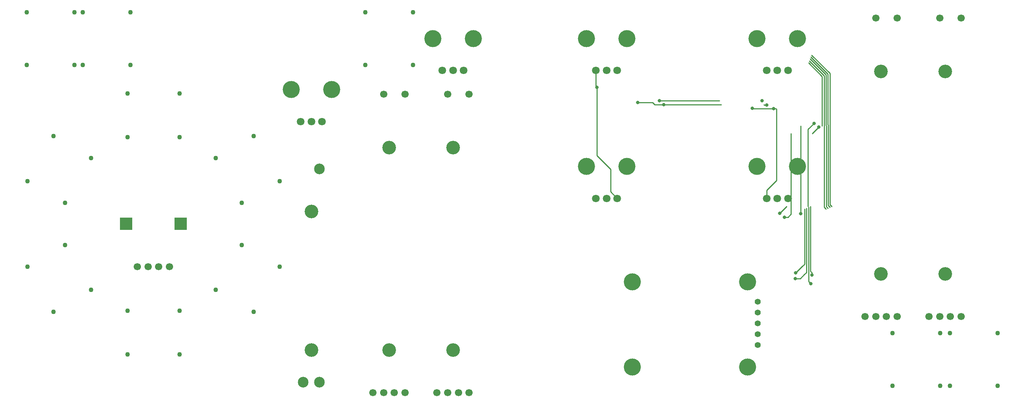
<source format=gbr>
G04 #@! TF.GenerationSoftware,KiCad,Pcbnew,(5.1.4-0-10_14)*
G04 #@! TF.CreationDate,2020-01-02T23:01:08+01:00*
G04 #@! TF.ProjectId,ProgrammerController,50726f67-7261-46d6-9d65-72436f6e7472,rev?*
G04 #@! TF.SameCoordinates,Original*
G04 #@! TF.FileFunction,Copper,L2,Bot*
G04 #@! TF.FilePolarity,Positive*
%FSLAX46Y46*%
G04 Gerber Fmt 4.6, Leading zero omitted, Abs format (unit mm)*
G04 Created by KiCad (PCBNEW (5.1.4-0-10_14)) date 2020-01-02 23:01:08*
%MOMM*%
%LPD*%
G04 APERTURE LIST*
%ADD10C,4.000000*%
%ADD11C,1.800000*%
%ADD12R,3.000000X3.000000*%
%ADD13C,1.700000*%
%ADD14C,1.100000*%
%ADD15C,2.500000*%
%ADD16C,3.200000*%
%ADD17C,1.400000*%
%ADD18C,0.800000*%
%ADD19C,0.250000*%
G04 APERTURE END LIST*
D10*
X153950000Y-55500000D03*
X144450000Y-55500000D03*
D11*
X151700000Y-63000000D03*
X149200000Y-63000000D03*
X146700000Y-63000000D03*
D10*
X229950000Y-85500000D03*
X220450000Y-85500000D03*
D11*
X227700000Y-93000000D03*
X225200000Y-93000000D03*
X222700000Y-93000000D03*
D10*
X189950000Y-85500000D03*
X180450000Y-85500000D03*
D11*
X187700000Y-93000000D03*
X185200000Y-93000000D03*
X182700000Y-93000000D03*
D10*
X229950000Y-55500000D03*
X220450000Y-55500000D03*
D11*
X227700000Y-63000000D03*
X225200000Y-63000000D03*
X222700000Y-63000000D03*
D10*
X189950000Y-55500000D03*
X180450000Y-55500000D03*
D11*
X187700000Y-63000000D03*
X185200000Y-63000000D03*
X182700000Y-63000000D03*
D10*
X120750000Y-67500000D03*
X111250000Y-67500000D03*
D11*
X118500000Y-75000000D03*
X116000000Y-75000000D03*
X113500000Y-75000000D03*
D12*
X85400000Y-99000000D03*
X72600000Y-99000000D03*
D13*
X82750000Y-109000000D03*
X80250000Y-109000000D03*
X77750000Y-109000000D03*
X75250000Y-109000000D03*
D14*
X55552309Y-78417245D03*
X64385768Y-83517245D03*
X49452309Y-88982755D03*
X58285768Y-94082755D03*
X102447691Y-119582755D03*
X93614232Y-114482755D03*
X108547691Y-109017245D03*
X99714232Y-103917245D03*
X49452309Y-109017245D03*
X58285768Y-103917245D03*
X55552309Y-119582755D03*
X64385768Y-114482755D03*
X108547691Y-88982755D03*
X99714232Y-94082755D03*
X102447691Y-78417245D03*
X93614232Y-83517245D03*
X72900000Y-129600000D03*
X72900000Y-119400000D03*
X85100000Y-129600000D03*
X85100000Y-119400000D03*
X85100000Y-68400000D03*
X85100000Y-78600000D03*
X72900000Y-68400000D03*
X72900000Y-78600000D03*
D15*
X117875000Y-86100000D03*
X117875000Y-136100000D03*
X114125000Y-136100000D03*
D16*
X116000000Y-96100000D03*
X116000000Y-128600000D03*
D14*
X139785000Y-61680000D03*
X128615000Y-61680000D03*
X139785000Y-49310000D03*
X128615000Y-49310000D03*
X263385000Y-136980000D03*
X252215000Y-136980000D03*
X263385000Y-124610000D03*
X252215000Y-124610000D03*
X276785000Y-136980000D03*
X265615000Y-136980000D03*
X276785000Y-124610000D03*
X265615000Y-124610000D03*
X60485000Y-61680000D03*
X49315000Y-61680000D03*
X60485000Y-49310000D03*
X49315000Y-49310000D03*
X73585000Y-61680000D03*
X62415000Y-61680000D03*
X73585000Y-49310000D03*
X62415000Y-49310000D03*
D13*
X152950000Y-68600000D03*
X147950000Y-68600000D03*
X152950000Y-138600000D03*
X150450000Y-138600000D03*
X145450000Y-138600000D03*
X147950000Y-138600000D03*
D16*
X149200000Y-81100000D03*
X149200000Y-128600000D03*
D13*
X137950000Y-68600000D03*
X132950000Y-68600000D03*
X137950000Y-138600000D03*
X135450000Y-138600000D03*
X130450000Y-138600000D03*
X132950000Y-138600000D03*
D16*
X134200000Y-81100000D03*
X134200000Y-128600000D03*
D13*
X253250000Y-50700000D03*
X248250000Y-50700000D03*
X253250000Y-120700000D03*
X250750000Y-120700000D03*
X245750000Y-120700000D03*
X248250000Y-120700000D03*
D16*
X249500000Y-63200000D03*
X249500000Y-110700000D03*
D13*
X268250000Y-50700000D03*
X263250000Y-50700000D03*
X268250000Y-120700000D03*
X265750000Y-120700000D03*
X260750000Y-120700000D03*
X263250000Y-120700000D03*
D16*
X264500000Y-63200000D03*
X264500000Y-110700000D03*
D17*
X220585000Y-117220000D03*
X220585000Y-119760000D03*
X220585000Y-122300000D03*
X220585000Y-124840000D03*
X220585000Y-127380000D03*
D10*
X218200000Y-112600000D03*
X218200000Y-132600000D03*
X191200000Y-132600000D03*
X191200000Y-112600000D03*
D18*
X224300000Y-71924990D03*
X219300000Y-71900000D03*
X182900000Y-66974990D03*
X234900000Y-76300000D03*
X226900000Y-97400000D03*
X233800000Y-75400000D03*
X225800000Y-96500000D03*
X197600000Y-70100000D03*
X221600000Y-70100000D03*
X222700000Y-71100000D03*
X198600000Y-71000000D03*
X192500000Y-70500000D03*
X233300000Y-111000000D03*
X233000000Y-113000000D03*
X229400000Y-111800000D03*
X229500000Y-110500000D03*
X230700000Y-96600000D03*
D19*
X219324990Y-71924990D02*
X219300000Y-71900000D01*
X224300000Y-71924990D02*
X219324990Y-71924990D01*
X182700000Y-66774990D02*
X182900000Y-66974990D01*
X182700000Y-63000000D02*
X182700000Y-66774990D01*
X224865685Y-71924990D02*
X225000000Y-72059305D01*
X224300000Y-71924990D02*
X224865685Y-71924990D01*
X225000000Y-72059305D02*
X225000000Y-88800000D01*
X222700000Y-91100000D02*
X222700000Y-93000000D01*
X225000000Y-88800000D02*
X222700000Y-91100000D01*
X186100000Y-91400000D02*
X187700000Y-93000000D01*
X186100000Y-86200000D02*
X186100000Y-91400000D01*
X182900000Y-83000000D02*
X186100000Y-86200000D01*
X182900000Y-66974990D02*
X182900000Y-83000000D01*
X234900000Y-76300000D02*
X233400000Y-77800000D01*
X228400000Y-77800000D02*
X228400000Y-96700000D01*
X227700000Y-97400000D02*
X228400000Y-96700000D01*
X226900000Y-97400000D02*
X227700000Y-97400000D01*
X233800000Y-75400000D02*
X232400000Y-76800000D01*
X227400000Y-94900000D02*
X225800000Y-96500000D01*
X232400000Y-76800000D02*
X232400000Y-94900000D01*
X197600000Y-70100000D02*
X211600000Y-70100000D01*
X222134315Y-71100000D02*
X222034315Y-71000000D01*
X222700000Y-71100000D02*
X222134315Y-71100000D01*
X212034315Y-71000000D02*
X198600000Y-71000000D01*
X192500000Y-70500000D02*
X196000000Y-70500000D01*
X196500000Y-71000000D02*
X198600000Y-71000000D01*
X196000000Y-70500000D02*
X196500000Y-71000000D01*
X233300000Y-110434315D02*
X232950030Y-110084345D01*
X233300000Y-111000000D02*
X233300000Y-110434315D01*
X232950030Y-110084345D02*
X232950029Y-94877190D01*
X237550027Y-75613617D02*
X237500036Y-75563626D01*
X237550028Y-94477189D02*
X237550027Y-75613617D01*
X237950029Y-94877190D02*
X237550028Y-94477189D01*
X237550027Y-75550027D02*
X237500036Y-75500036D01*
X237550027Y-75613617D02*
X237550027Y-75550027D01*
X237500036Y-75500036D02*
X237500036Y-63654396D01*
X237500036Y-63654396D02*
X233245600Y-59399960D01*
X232500020Y-112500020D02*
X232500020Y-110536390D01*
X233000000Y-113000000D02*
X232500020Y-112500020D01*
X232500020Y-110536390D02*
X232500020Y-95063591D01*
X237100018Y-75800018D02*
X237050028Y-75750028D01*
X237100018Y-94663589D02*
X237100018Y-75800018D01*
X237500020Y-95063591D02*
X237100018Y-94663589D01*
X237050027Y-63840797D02*
X233059200Y-59849970D01*
X237050028Y-75750028D02*
X237050027Y-63840797D01*
X231550010Y-110849990D02*
X230600000Y-111800000D01*
X230600000Y-111800000D02*
X229965685Y-111800000D01*
X229965685Y-111800000D02*
X229400000Y-111800000D01*
X231550010Y-110849990D02*
X231900000Y-110500000D01*
X232050010Y-110349990D02*
X232050010Y-108586400D01*
X231900000Y-110500000D02*
X232050010Y-110349990D01*
X232050010Y-108586400D02*
X232050009Y-95313599D01*
X236650010Y-94913600D02*
X236650009Y-76013599D01*
X236650009Y-76013599D02*
X236600018Y-75963608D01*
X237050009Y-95313599D02*
X236650010Y-94913600D01*
X236600018Y-64027198D02*
X232872800Y-60299980D01*
X236600018Y-75963608D02*
X236600018Y-64027198D01*
X229500000Y-110500000D02*
X230625001Y-109374999D01*
X230625001Y-109374999D02*
X231100000Y-108900000D01*
X231100000Y-108900000D02*
X231400000Y-108600000D01*
X231400000Y-108600000D02*
X231600000Y-108400000D01*
X236600000Y-95500000D02*
X236200000Y-95100000D01*
X231600000Y-108400000D02*
X231600000Y-95500000D01*
X236150010Y-76150010D02*
X236150009Y-64213599D01*
X236200000Y-76200000D02*
X236150010Y-76150010D01*
X236150009Y-64213599D02*
X232686401Y-60749991D01*
X236200000Y-95100000D02*
X236200000Y-76200000D01*
X232686401Y-60749991D02*
X232686400Y-60749990D01*
X230700000Y-96600000D02*
X230700000Y-76026998D01*
X235700000Y-76026998D02*
X235700000Y-64400000D01*
X235700000Y-64400000D02*
X232500000Y-61200000D01*
M02*

</source>
